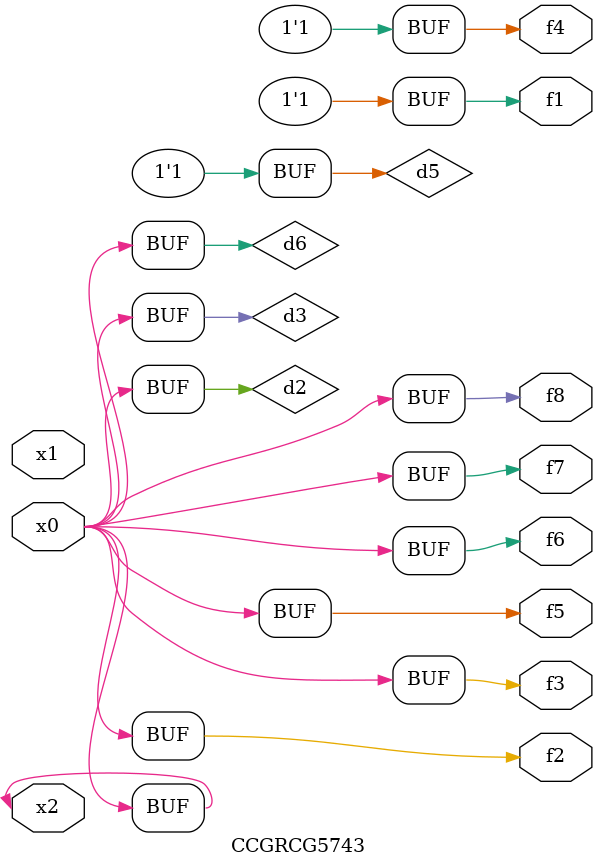
<source format=v>
module CCGRCG5743(
	input x0, x1, x2,
	output f1, f2, f3, f4, f5, f6, f7, f8
);

	wire d1, d2, d3, d4, d5, d6;

	xnor (d1, x2);
	buf (d2, x0, x2);
	and (d3, x0);
	xnor (d4, x1, x2);
	nand (d5, d1, d3);
	buf (d6, d2, d3);
	assign f1 = d5;
	assign f2 = d6;
	assign f3 = d6;
	assign f4 = d5;
	assign f5 = d6;
	assign f6 = d6;
	assign f7 = d6;
	assign f8 = d6;
endmodule

</source>
